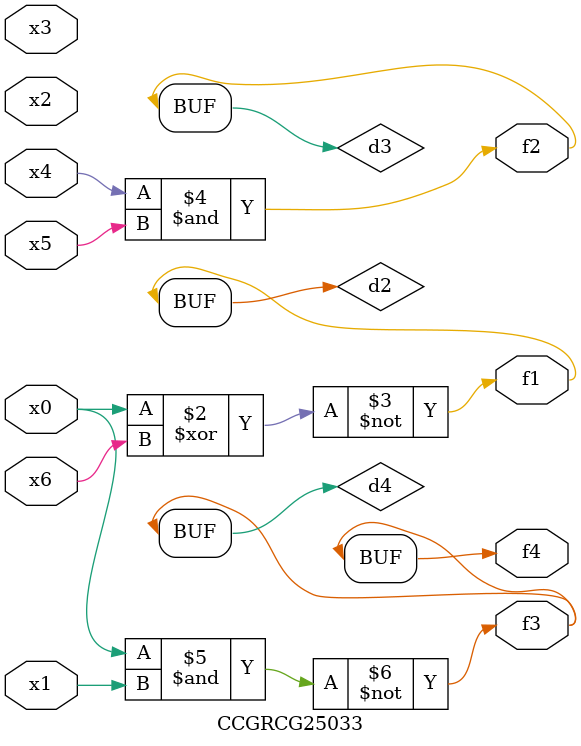
<source format=v>
module CCGRCG25033(
	input x0, x1, x2, x3, x4, x5, x6,
	output f1, f2, f3, f4
);

	wire d1, d2, d3, d4;

	nor (d1, x0);
	xnor (d2, x0, x6);
	and (d3, x4, x5);
	nand (d4, x0, x1);
	assign f1 = d2;
	assign f2 = d3;
	assign f3 = d4;
	assign f4 = d4;
endmodule

</source>
